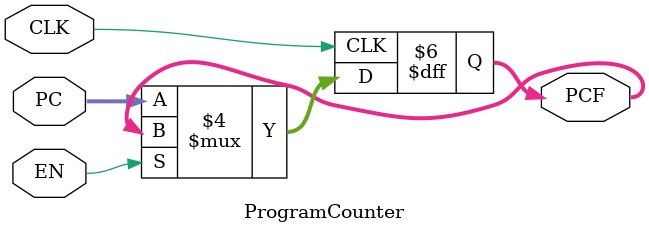
<source format=v>
`timescale 1ns / 1ps

module ProgramCounter #(parameter AWL = 6, DWL = 32, DEPTH = 2**AWL)
                       (input CLK, EN,
                        input [DWL-1:0] PC,
                        output reg [DWL-1:0] PCF);

initial PCF = 0;
   
    always @ (negedge CLK) begin
        if (!EN) // Active-low enable signal
            PCF <= PC;
    end
    
endmodule

</source>
